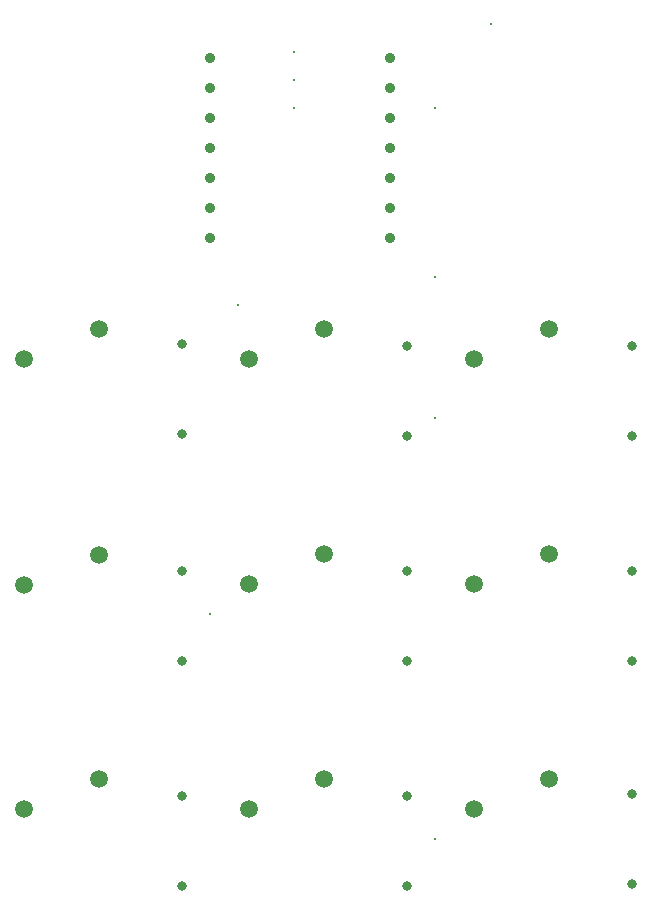
<source format=gbr>
%TF.GenerationSoftware,KiCad,Pcbnew,8.0.8*%
%TF.CreationDate,2025-02-11T16:18:02-05:00*%
%TF.ProjectId,FrutigerAeroNumPad,46727574-6967-4657-9241-65726f4e756d,rev?*%
%TF.SameCoordinates,Original*%
%TF.FileFunction,Plated,1,2,PTH,Drill*%
%TF.FilePolarity,Positive*%
%FSLAX46Y46*%
G04 Gerber Fmt 4.6, Leading zero omitted, Abs format (unit mm)*
G04 Created by KiCad (PCBNEW 8.0.8) date 2025-02-11 16:18:02*
%MOMM*%
%LPD*%
G01*
G04 APERTURE LIST*
%TA.AperFunction,ViaDrill*%
%ADD10C,0.300000*%
%TD*%
%TA.AperFunction,ComponentDrill*%
%ADD11C,0.800000*%
%TD*%
%TA.AperFunction,ComponentDrill*%
%ADD12C,0.889000*%
%TD*%
%TA.AperFunction,ComponentDrill*%
%ADD13C,1.500000*%
%TD*%
G04 APERTURE END LIST*
D10*
X141446250Y-97948750D03*
X143827500Y-71755000D03*
X148590000Y-50323750D03*
X148590000Y-52705000D03*
X148590000Y-55086250D03*
X160496250Y-55086250D03*
X160496250Y-69373750D03*
X160496250Y-81280000D03*
X160496250Y-116998750D03*
X165258750Y-47942500D03*
D11*
%TO.C,D1*%
X139065000Y-75088750D03*
X139065000Y-82708750D03*
%TO.C,D4*%
X139065000Y-94236250D03*
X139065000Y-101856250D03*
%TO.C,D7*%
X139065000Y-113286250D03*
X139065000Y-120906250D03*
%TO.C,D2*%
X158115000Y-75186250D03*
X158115000Y-82806250D03*
%TO.C,D5*%
X158115000Y-94236250D03*
X158115000Y-101856250D03*
%TO.C,D8*%
X158115000Y-113286250D03*
X158115000Y-120906250D03*
%TO.C,D3*%
X177165000Y-75186250D03*
X177165000Y-82806250D03*
%TO.C,D6*%
X177165000Y-94236250D03*
X177165000Y-101856250D03*
%TO.C,D9*%
X177165000Y-113188750D03*
X177165000Y-120808750D03*
D12*
%TO.C,U1*%
X141446250Y-50872500D03*
X141446250Y-53412500D03*
X141446250Y-55952500D03*
X141446250Y-58492500D03*
X141446250Y-61032500D03*
X141446250Y-63572500D03*
X141446250Y-66112500D03*
X156686250Y-50872500D03*
X156686250Y-53412500D03*
X156686250Y-55952500D03*
X156686250Y-58492500D03*
X156686250Y-61032500D03*
X156686250Y-63572500D03*
X156686250Y-66112500D03*
D13*
%TO.C,S1*%
X125730000Y-76358750D03*
%TO.C,S4*%
X125730000Y-95428750D03*
%TO.C,S7*%
X125730000Y-114458750D03*
%TO.C,S1*%
X132080000Y-73818750D03*
%TO.C,S4*%
X132080000Y-92888750D03*
%TO.C,S7*%
X132080000Y-111918750D03*
%TO.C,S2*%
X144780000Y-76358750D03*
%TO.C,S5*%
X144780000Y-95408750D03*
%TO.C,S8*%
X144780000Y-114458750D03*
%TO.C,S2*%
X151130000Y-73818750D03*
%TO.C,S5*%
X151130000Y-92868750D03*
%TO.C,S8*%
X151130000Y-111918750D03*
%TO.C,S3*%
X163830000Y-76358750D03*
%TO.C,S6*%
X163830000Y-95408750D03*
%TO.C,S9*%
X163830000Y-114458750D03*
%TO.C,S3*%
X170180000Y-73818750D03*
%TO.C,S6*%
X170180000Y-92868750D03*
%TO.C,S9*%
X170180000Y-111918750D03*
M02*

</source>
